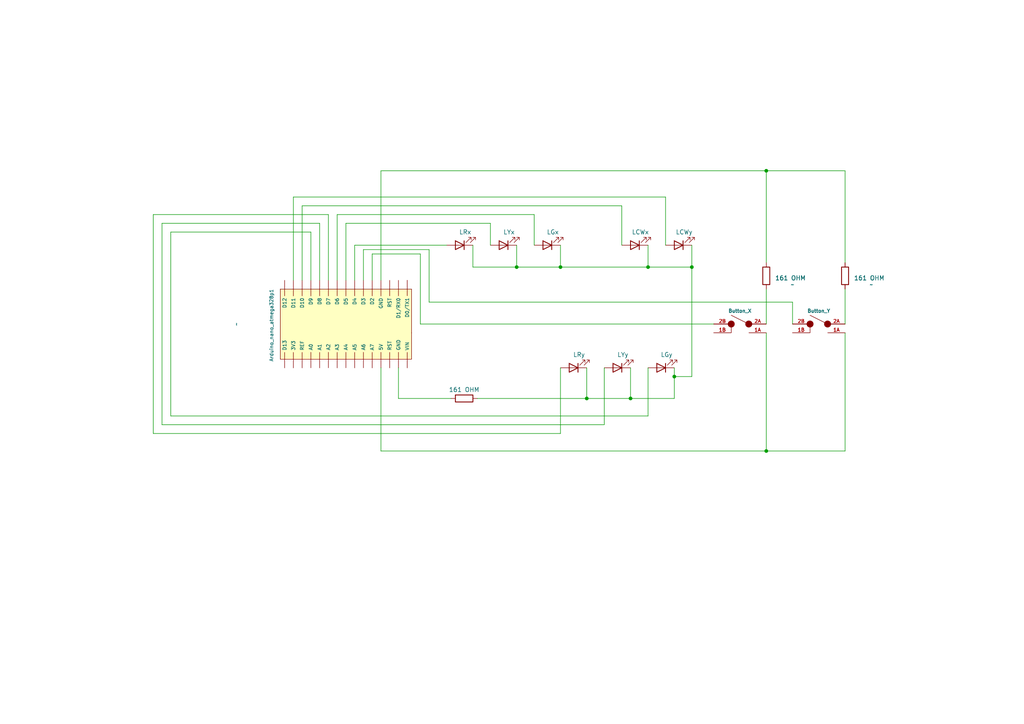
<source format=kicad_sch>
(kicad_sch (version 20230121) (generator eeschema)
  (paper "A4")
  (title_block (title "Semaforo a due vie") (date "2023-05-01") (company "I.I.S. Bachelet-Einstien") (comment 3 "Elvis Vera 3ct") (comment 4 "Tecnologie e Progettazione di Sistemi di Telecomunicazioni"))
  (lib_symbols
    (symbol "Device:LED" (pin_numbers hide) (pin_names (offset 1.016) hide)
      (property "Reference" "D" (at 0 2.54 0))
      (property "Value" "LED" (at 0 -2.54 0))
      (symbol "LED_0_1"
        (polyline (pts (xy -1.27 -1.27) (xy -1.27 1.27)) (stroke (width 0.254)))
        (polyline (pts (xy -1.27 0) (xy 1.27 0)))
        (polyline (pts (xy 1.27 -1.27) (xy 1.27 1.27) (xy -1.27 0) (xy 1.27 -1.27)) (stroke (width 0.254)))
        (polyline (pts (xy -3.048 -0.762) (xy -4.572 -2.286) (xy -3.81 -2.286) (xy -4.572 -2.286) (xy -4.572 -1.524)))
        (polyline (pts (xy -1.778 -0.762) (xy -3.302 -2.286) (xy -2.54 -2.286) (xy -3.302 -2.286) (xy -3.302 -1.524)))
      )
      (symbol "LED_1_1"
        (pin passive line (at -3.81 0 0) (length 2.54) (name "K") (number "1"))
        (pin passive line (at 3.81 0 180) (length 2.54) (name "A") (number "2"))
      )
    )
    (symbol "Device:R" (pin_numbers hide) (pin_names (offset 0))
      (property "Reference" "R" (at 2.032 0 90))
      (property "Value" "R" (at 0 0 90))
      (symbol "R_0_1"
        (rectangle (start -1.016 -2.54) (end 1.016 2.54) (stroke (width 0.254)))
      )
      (symbol "R_1_1"
        (pin passive line (at 0 3.81 270) (length 1.27) (name "~") (number "1"))
        (pin passive line (at 0 -3.81 90) (length 1.27) (name "~") (number "2"))
      )
    )
    (symbol "my_components:Arduino_nano_atmega328p"
      (property "Reference" "Arduino_nano_atmega328p" (at 0 21.59 0))
      (symbol "Arduino_nano_atmega328p_1_1"
        (rectangle (start -10.13 19.05) (end 10.19 -19.05) (fill (type background)))
        (rectangle (start 2.57 19.05) (end 2.57 19.05))
        (pin output line (at 12.73 -15.24 180) (length 4.5) (name "3V3") (number ""))
        (pin output line (at 12.7 10.16 180) (length 4.5) (name "5V") (number ""))
        (pin output line (at 12.7 -10.16 180) (length 4.5) (name "A0") (number ""))
        (pin output line (at 12.73 -7.62 180) (length 4.5) (name "A1") (number ""))
        (pin output line (at 12.7 -5.08 180) (length 4.5) (name "A2") (number ""))
        (pin output line (at 12.73 -2.54 180) (length 4.5) (name "A3") (number ""))
        (pin output line (at 12.7 0 180) (length 4.5) (name "A4") (number ""))
        (pin input line (at 12.73 2.54 180) (length 4.5) (name "A5") (number ""))
        (pin output line (at 12.7 5.08 180) (length 4.5) (name "A6") (number ""))
        (pin output line (at 12.73 7.62 180) (length 4.5) (name "A7") (number ""))
        (pin output line (at -12.7 17.78 0) (length 4.5) (name "D0/TX1") (number ""))
        (pin output line (at -12.67 15.24 0) (length 4.5) (name "D1/RX0") (number ""))
        (pin output line (at -12.67 -12.7 0) (length 4.5) (name "D10") (number ""))
        (pin output line (at -12.64 -15.24 0) (length 4.5) (name "D11") (number ""))
        (pin output line (at -12.67 -17.78 0) (length 4.5) (name "D12") (number ""))
        (pin output line (at 12.73 -17.78 180) (length 4.5) (name "D13") (number ""))
        (pin output line (at -12.67 7.62 0) (length 4.5) (name "D2") (number ""))
        (pin output line (at -12.64 5.08 0) (length 4.5) (name "D3") (number ""))
        (pin output line (at -12.67 2.54 0) (length 4.5) (name "D4") (number ""))
        (pin output line (at -12.64 0 0) (length 4.5) (name "D5") (number ""))
        (pin output line (at -12.67 -2.54 0) (length 4.5) (name "D6") (number ""))
        (pin output line (at -12.64 -5.08 0) (length 4.5) (name "D7") (number ""))
        (pin output line (at -12.67 -7.62 0) (length 4.5) (name "D8") (number ""))
        (pin output line (at -12.64 -10.16 0) (length 4.5) (name "D9") (number ""))
        (pin output line (at -12.64 10.16 0) (length 4.5) (name "GND") (number ""))
        (pin output line (at 12.7 15.24 180) (length 4.5) (name "GND") (number ""))
        (pin output line (at 12.73 -12.7 180) (length 4.5) (name "REF") (number ""))
        (pin output line (at -12.67 12.7 0) (length 4.5) (name "RST") (number ""))
        (pin output line (at 12.73 12.7 180) (length 4.5) (name "RST") (number ""))
        (pin output line (at 12.73 17.78 180) (length 4.5) (name "VIN") (number ""))
      )
    )
    (symbol "my_components:Button"
      (property "Reference" "Button" (at 0 7.62 0))
      (symbol "Button_1_1"
        (circle (center -2.54 2.54) (radius 0.0001) (stroke (width 1)))
        (polyline (pts (xy -2.54 2.54) (xy -2.54 0)))
        (polyline (pts (xy -2.54 5.08) (xy 2.54 2.54)))
        (circle (center 2.54 2.54) (radius 0.0001) (stroke (width 1)))
        (pin input line (at 7.62 0 180) (length 5) (name "") (number "1A"))
        (pin output line (at -7.62 0 0) (length 5) (name "") (number "1B"))
        (pin input line (at 7.62 2.54 180) (length 5) (name "") (number "2A"))
        (pin output line (at -7.62 2.54 0) (length 5) (name "") (number "2B"))
      )
    )
  )
  (junction (at 170.18 115.57))
  (junction (at 187.96 77.47))
  (junction (at 200.66 77.47))
  (junction (at 195.58 109.22))
  (junction (at 162.56 77.47))
  (junction (at 182.88 115.57))
  (junction (at 222.25 130.81))
  (junction (at 149.86 77.47))
  (junction (at 222.25 49.53))
  (wire (pts (xy 222.25 49.53) (xy 110.49 49.53)))
  (wire (pts (xy 245.11 96.52) (xy 245.11 130.81)))
  (wire (pts (xy 187.96 71.12) (xy 187.96 77.47)))
  (wire (pts (xy 92.71 81.28) (xy 92.71 64.77)))
  (wire (pts (xy 95.25 81.28) (xy 95.25 62.23)))
  (wire (pts (xy 245.11 76.2) (xy 245.11 49.53)))
  (wire (pts (xy 121.92 73.66) (xy 107.95 73.66)))
  (wire (pts (xy 137.16 71.12) (xy 137.16 77.47)))
  (wire (pts (xy 115.57 115.57) (xy 130.81 115.57)))
  (wire (pts (xy 162.56 71.12) (xy 162.56 77.47)))
  (wire (pts (xy 46.99 64.77) (xy 46.99 123.19)))
  (wire (pts (xy 245.11 130.81) (xy 222.25 130.81)))
  (wire (pts (xy 245.11 49.53) (xy 222.25 49.53)))
  (wire (pts (xy 187.96 77.47) (xy 162.56 77.47)))
  (wire (pts (xy 90.17 67.31) (xy 49.53 67.31)))
  (wire (pts (xy 162.56 77.47) (xy 149.86 77.47)))
  (wire (pts (xy 182.88 106.68) (xy 182.88 115.57)))
  (wire (pts (xy 97.79 62.23) (xy 154.94 62.23)))
  (wire (pts (xy 121.92 93.98) (xy 121.92 73.66)))
  (wire (pts (xy 170.18 115.57) (xy 182.88 115.57)))
  (wire (pts (xy 200.66 71.12) (xy 200.66 77.47)))
  (wire (pts (xy 138.43 115.57) (xy 170.18 115.57)))
  (wire (pts (xy 115.57 106.68) (xy 115.57 115.57)))
  (wire (pts (xy 102.87 71.12) (xy 102.87 81.28)))
  (wire (pts (xy 193.04 57.15) (xy 193.04 71.12)))
  (wire (pts (xy 200.66 109.22) (xy 200.66 77.47)))
  (wire (pts (xy 229.87 93.98) (xy 229.87 87.63)))
  (wire (pts (xy 97.79 81.28) (xy 97.79 62.23)))
  (wire (pts (xy 229.87 87.63) (xy 124.46 87.63)))
  (wire (pts (xy 87.63 59.69) (xy 180.34 59.69)))
  (wire (pts (xy 175.26 106.68) (xy 175.26 123.19)))
  (wire (pts (xy 182.88 115.57) (xy 195.58 115.57)))
  (wire (pts (xy 195.58 115.57) (xy 195.58 109.22)))
  (wire (pts (xy 49.53 67.31) (xy 49.53 120.65)))
  (wire (pts (xy 110.49 49.53) (xy 110.49 81.28)))
  (wire (pts (xy 85.09 81.28) (xy 85.09 57.15)))
  (wire (pts (xy 124.46 72.39) (xy 105.41 72.39)))
  (wire (pts (xy 90.17 81.28) (xy 90.17 67.31)))
  (wire (pts (xy 87.63 81.28) (xy 87.63 59.69)))
  (wire (pts (xy 187.96 120.65) (xy 187.96 106.68)))
  (wire (pts (xy 142.24 64.77) (xy 142.24 71.12)))
  (wire (pts (xy 110.49 106.68) (xy 110.49 130.81)))
  (wire (pts (xy 110.49 130.81) (xy 222.25 130.81)))
  (wire (pts (xy 200.66 77.47) (xy 187.96 77.47)))
  (wire (pts (xy 207.01 93.98) (xy 121.92 93.98)))
  (wire (pts (xy 170.18 106.68) (xy 170.18 115.57)))
  (wire (pts (xy 222.25 83.82) (xy 222.25 93.98)))
  (wire (pts (xy 195.58 109.22) (xy 200.66 109.22)))
  (wire (pts (xy 46.99 123.19) (xy 175.26 123.19)))
  (wire (pts (xy 44.45 62.23) (xy 44.45 125.73)))
  (wire (pts (xy 100.33 64.77) (xy 142.24 64.77)))
  (wire (pts (xy 49.53 120.65) (xy 187.96 120.65)))
  (wire (pts (xy 245.11 83.82) (xy 245.11 93.98)))
  (wire (pts (xy 105.41 72.39) (xy 105.41 81.28)))
  (wire (pts (xy 95.25 62.23) (xy 44.45 62.23)))
  (wire (pts (xy 44.45 125.73) (xy 162.56 125.73)))
  (wire (pts (xy 222.25 130.81) (xy 222.25 96.52)))
  (wire (pts (xy 149.86 71.12) (xy 149.86 77.47)))
  (wire (pts (xy 180.34 59.69) (xy 180.34 71.12)))
  (wire (pts (xy 149.86 77.47) (xy 137.16 77.47)))
  (wire (pts (xy 222.25 76.2) (xy 222.25 49.53)))
  (wire (pts (xy 92.71 64.77) (xy 46.99 64.77)))
  (wire (pts (xy 102.87 71.12) (xy 129.54 71.12)))
  (wire (pts (xy 100.33 81.28) (xy 100.33 64.77)))
  (wire (pts (xy 85.09 57.15) (xy 193.04 57.15)))
  (wire (pts (xy 124.46 87.63) (xy 124.46 72.39)))
  (wire (pts (xy 195.58 109.22) (xy 195.58 106.68)))
  (wire (pts (xy 154.94 62.23) (xy 154.94 71.12)))
  (wire (pts (xy 107.95 73.66) (xy 107.95 81.28)))
  (wire (pts (xy 162.56 125.73) (xy 162.56 106.68)))
  (symbol (lib_id "Device:LED") (at 184.15 71.12 180) (unit 1)
    (property "Reference" "D6" (effects hide))
    (property "Value" "LCWx" (at 185.7375 67.31 0))
  )
  (symbol (lib_id "Device:LED") (at 166.37 106.68 180) (unit 1)
    (property "Reference" "LRx1" (effects hide))
    (property "Value" "LRy" (at 167.9575 102.87 0))
  )
  (symbol (lib_id "Device:LED") (at 158.75 71.12 180) (unit 1)
    (property "Reference" "LGx" (effects hide))
    (property "Value" "LGx" (at 160.3375 67.31 0))
  )
  (symbol (lib_id "Device:LED") (at 196.85 71.12 180) (unit 1)
    (property "Reference" "D4" (effects hide))
    (property "Value" "LCWy" (at 198.4375 67.31 0))
  )
  (symbol (lib_id "my_components:Button") (at 237.49 96.52 0) (unit 1)
    (property "Reference" "Button_Y" (at 237.49 90.17 0) (effects (font (size 1 1))))
    (property "Value" "~" (at 252.73 82.55 0))
  )
  (symbol (lib_id "Device:LED") (at 133.35 71.12 180) (unit 1)
    (property "Reference" "LRx" (effects hide))
    (property "Value" "LRx" (at 134.9375 67.31 0))
  )
  (symbol (lib_id "Device:LED") (at 146.05 71.12 180) (unit 1)
    (property "Reference" "LYx" (effects hide))
    (property "Value" "LYx" (at 147.6375 67.31 0))
  )
  (symbol (lib_id "Device:R") (at 134.62 115.57 90) (unit 1)
    (property "Reference" "R1" (effects hide))
    (property "Value" "161 OHM" (at 134.62 113.03 90))
  )
  (symbol (lib_id "Device:R") (at 222.25 80.01 180) (unit 1)
    (property "Reference" "R2" (effects hide))
    (property "Value" "161 OHM" (at 224.79 80.645 0) (effects (justify right)))
  )
  (symbol (lib_id "Device:LED") (at 179.07 106.68 180) (unit 1)
    (property "Reference" "LYx1" (effects hide))
    (property "Value" "LYy" (at 180.6575 102.87 0))
  )
  (symbol (lib_id "Device:LED") (at 191.77 106.68 180) (unit 1)
    (property "Reference" "LGx1" (effects hide))
    (property "Value" "LGy" (at 193.3575 102.87 0))
  )
  (symbol (lib_id "my_components:Arduino_nano_atmega328p") (at 100.33 93.98 270) (unit 1)
    (property "Reference" "Arduino_nano_atmega328p1" (at 78.74 83.82 0) (effects (font (size 1 1)) (justify left)))
    (property "Value" "~" (at 68.58 94.01 0))
  )
  (symbol (lib_id "my_components:Button") (at 214.63 96.52 0) (unit 1)
    (property "Reference" "Button_X" (at 214.63 90.17 0) (effects (font (size 1 1))))
    (property "Value" "~" (at 229.87 82.55 0))
  )
  (symbol (lib_id "Device:R") (at 245.11 80.01 180) (unit 1)
    (property "Reference" "R3" (effects hide))
    (property "Value" "161 OHM" (at 247.65 80.645 0) (effects (justify right)))
  )
)
</source>
